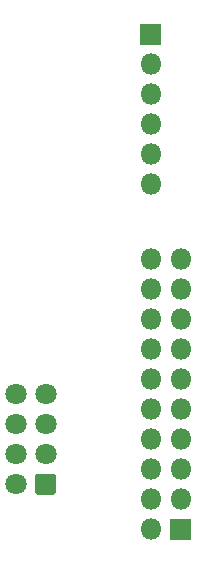
<source format=gbs>
G04 #@! TF.GenerationSoftware,KiCad,Pcbnew,5.1.10*
G04 #@! TF.CreationDate,2021-10-24T19:29:33+00:00*
G04 #@! TF.ProjectId,stm32-debug-breakout,73746d33-322d-4646-9562-75672d627265,rev?*
G04 #@! TF.SameCoordinates,Original*
G04 #@! TF.FileFunction,Soldermask,Bot*
G04 #@! TF.FilePolarity,Negative*
%FSLAX46Y46*%
G04 Gerber Fmt 4.6, Leading zero omitted, Abs format (unit mm)*
G04 Created by KiCad (PCBNEW 5.1.10) date 2021-10-24 19:29:33*
%MOMM*%
%LPD*%
G01*
G04 APERTURE LIST*
%ADD10C,1.801600*%
%ADD11O,1.801600X1.801600*%
G04 APERTURE END LIST*
D10*
G04 #@! TO.C,J3*
X143510000Y-105410000D03*
X143510000Y-107950000D03*
X143510000Y-110490000D03*
X143510000Y-113030000D03*
X146050000Y-105410000D03*
X146050000Y-107950000D03*
X146050000Y-110490000D03*
G36*
G01*
X146950800Y-112394141D02*
X146950800Y-113665859D01*
G75*
G02*
X146685859Y-113930800I-264941J0D01*
G01*
X145414141Y-113930800D01*
G75*
G02*
X145149200Y-113665859I0J264941D01*
G01*
X145149200Y-112394141D01*
G75*
G02*
X145414141Y-112129200I264941J0D01*
G01*
X146685859Y-112129200D01*
G75*
G02*
X146950800Y-112394141I0J-264941D01*
G01*
G37*
G04 #@! TD*
D11*
G04 #@! TO.C,J2*
X154940000Y-93980000D03*
X157480000Y-93980000D03*
X154940000Y-96520000D03*
X157480000Y-96520000D03*
X154940000Y-99060000D03*
X157480000Y-99060000D03*
X154940000Y-101600000D03*
X157480000Y-101600000D03*
X154940000Y-104140000D03*
X157480000Y-104140000D03*
X154940000Y-106680000D03*
X157480000Y-106680000D03*
X154940000Y-109220000D03*
X157480000Y-109220000D03*
X154940000Y-111760000D03*
X157480000Y-111760000D03*
X154940000Y-114300000D03*
X157480000Y-114300000D03*
X154940000Y-116840000D03*
G36*
G01*
X158380800Y-115990000D02*
X158380800Y-117690000D01*
G75*
G02*
X158330000Y-117740800I-50800J0D01*
G01*
X156630000Y-117740800D01*
G75*
G02*
X156579200Y-117690000I0J50800D01*
G01*
X156579200Y-115990000D01*
G75*
G02*
X156630000Y-115939200I50800J0D01*
G01*
X158330000Y-115939200D01*
G75*
G02*
X158380800Y-115990000I0J-50800D01*
G01*
G37*
G04 #@! TD*
G04 #@! TO.C,J1*
X154940000Y-87630000D03*
X154940000Y-85090000D03*
X154940000Y-82550000D03*
X154940000Y-80010000D03*
X154940000Y-77470000D03*
G36*
G01*
X154039200Y-75780000D02*
X154039200Y-74080000D01*
G75*
G02*
X154090000Y-74029200I50800J0D01*
G01*
X155790000Y-74029200D01*
G75*
G02*
X155840800Y-74080000I0J-50800D01*
G01*
X155840800Y-75780000D01*
G75*
G02*
X155790000Y-75830800I-50800J0D01*
G01*
X154090000Y-75830800D01*
G75*
G02*
X154039200Y-75780000I0J50800D01*
G01*
G37*
G04 #@! TD*
M02*

</source>
